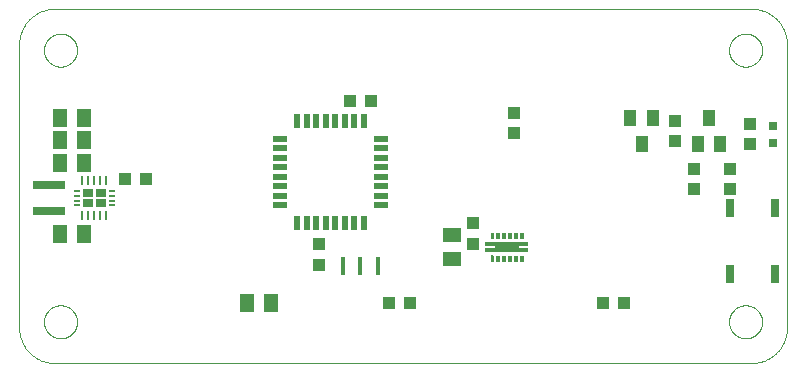
<source format=gtp>
G75*
%MOIN*%
%OFA0B0*%
%FSLAX25Y25*%
%IPPOS*%
%LPD*%
%AMOC8*
5,1,8,0,0,1.08239X$1,22.5*
%
%ADD10C,0.00000*%
%ADD11C,0.00906*%
%ADD12R,0.02264X0.00984*%
%ADD13R,0.02264X0.00886*%
%ADD14R,0.03543X0.02657*%
%ADD15R,0.00906X0.02697*%
%ADD16R,0.10600X0.03150*%
%ADD17R,0.02200X0.05000*%
%ADD18R,0.05000X0.02200*%
%ADD19R,0.04252X0.04134*%
%ADD20R,0.01575X0.06299*%
%ADD21R,0.04134X0.04252*%
%ADD22R,0.05118X0.06299*%
%ADD23R,0.04331X0.03937*%
%ADD24R,0.03150X0.03150*%
%ADD25R,0.06299X0.05118*%
%ADD26R,0.03937X0.05512*%
%ADD27R,0.03000X0.06000*%
%ADD28R,0.01102X0.01969*%
%ADD29R,0.07874X0.03543*%
%ADD30C,0.00100*%
%ADD31C,0.00600*%
%ADD32R,0.03200X0.01600*%
D10*
X0016811Y0006117D02*
X0249094Y0006117D01*
X0249379Y0006120D01*
X0249665Y0006131D01*
X0249950Y0006148D01*
X0250234Y0006172D01*
X0250518Y0006203D01*
X0250801Y0006241D01*
X0251082Y0006286D01*
X0251363Y0006337D01*
X0251643Y0006395D01*
X0251921Y0006460D01*
X0252197Y0006532D01*
X0252471Y0006610D01*
X0252744Y0006695D01*
X0253014Y0006787D01*
X0253282Y0006885D01*
X0253548Y0006989D01*
X0253811Y0007100D01*
X0254071Y0007217D01*
X0254329Y0007340D01*
X0254583Y0007470D01*
X0254834Y0007606D01*
X0255082Y0007747D01*
X0255326Y0007895D01*
X0255567Y0008048D01*
X0255803Y0008208D01*
X0256036Y0008373D01*
X0256265Y0008543D01*
X0256490Y0008719D01*
X0256710Y0008901D01*
X0256926Y0009087D01*
X0257137Y0009279D01*
X0257344Y0009476D01*
X0257546Y0009678D01*
X0257743Y0009885D01*
X0257935Y0010096D01*
X0258121Y0010312D01*
X0258303Y0010532D01*
X0258479Y0010757D01*
X0258649Y0010986D01*
X0258814Y0011219D01*
X0258974Y0011455D01*
X0259127Y0011696D01*
X0259275Y0011940D01*
X0259416Y0012188D01*
X0259552Y0012439D01*
X0259682Y0012693D01*
X0259805Y0012951D01*
X0259922Y0013211D01*
X0260033Y0013474D01*
X0260137Y0013740D01*
X0260235Y0014008D01*
X0260327Y0014278D01*
X0260412Y0014551D01*
X0260490Y0014825D01*
X0260562Y0015101D01*
X0260627Y0015379D01*
X0260685Y0015659D01*
X0260736Y0015940D01*
X0260781Y0016221D01*
X0260819Y0016504D01*
X0260850Y0016788D01*
X0260874Y0017072D01*
X0260891Y0017357D01*
X0260902Y0017643D01*
X0260905Y0017928D01*
X0260906Y0017928D02*
X0260906Y0112416D01*
X0260905Y0112416D02*
X0260902Y0112701D01*
X0260891Y0112987D01*
X0260874Y0113272D01*
X0260850Y0113556D01*
X0260819Y0113840D01*
X0260781Y0114123D01*
X0260736Y0114404D01*
X0260685Y0114685D01*
X0260627Y0114965D01*
X0260562Y0115243D01*
X0260490Y0115519D01*
X0260412Y0115793D01*
X0260327Y0116066D01*
X0260235Y0116336D01*
X0260137Y0116604D01*
X0260033Y0116870D01*
X0259922Y0117133D01*
X0259805Y0117393D01*
X0259682Y0117651D01*
X0259552Y0117905D01*
X0259416Y0118156D01*
X0259275Y0118404D01*
X0259127Y0118648D01*
X0258974Y0118889D01*
X0258814Y0119125D01*
X0258649Y0119358D01*
X0258479Y0119587D01*
X0258303Y0119812D01*
X0258121Y0120032D01*
X0257935Y0120248D01*
X0257743Y0120459D01*
X0257546Y0120666D01*
X0257344Y0120868D01*
X0257137Y0121065D01*
X0256926Y0121257D01*
X0256710Y0121443D01*
X0256490Y0121625D01*
X0256265Y0121801D01*
X0256036Y0121971D01*
X0255803Y0122136D01*
X0255567Y0122296D01*
X0255326Y0122449D01*
X0255082Y0122597D01*
X0254834Y0122738D01*
X0254583Y0122874D01*
X0254329Y0123004D01*
X0254071Y0123127D01*
X0253811Y0123244D01*
X0253548Y0123355D01*
X0253282Y0123459D01*
X0253014Y0123557D01*
X0252744Y0123649D01*
X0252471Y0123734D01*
X0252197Y0123812D01*
X0251921Y0123884D01*
X0251643Y0123949D01*
X0251363Y0124007D01*
X0251082Y0124058D01*
X0250801Y0124103D01*
X0250518Y0124141D01*
X0250234Y0124172D01*
X0249950Y0124196D01*
X0249665Y0124213D01*
X0249379Y0124224D01*
X0249094Y0124227D01*
X0016811Y0124227D01*
X0016526Y0124224D01*
X0016240Y0124213D01*
X0015955Y0124196D01*
X0015671Y0124172D01*
X0015387Y0124141D01*
X0015104Y0124103D01*
X0014823Y0124058D01*
X0014542Y0124007D01*
X0014262Y0123949D01*
X0013984Y0123884D01*
X0013708Y0123812D01*
X0013434Y0123734D01*
X0013161Y0123649D01*
X0012891Y0123557D01*
X0012623Y0123459D01*
X0012357Y0123355D01*
X0012094Y0123244D01*
X0011834Y0123127D01*
X0011576Y0123004D01*
X0011322Y0122874D01*
X0011071Y0122738D01*
X0010823Y0122597D01*
X0010579Y0122449D01*
X0010338Y0122296D01*
X0010102Y0122136D01*
X0009869Y0121971D01*
X0009640Y0121801D01*
X0009415Y0121625D01*
X0009195Y0121443D01*
X0008979Y0121257D01*
X0008768Y0121065D01*
X0008561Y0120868D01*
X0008359Y0120666D01*
X0008162Y0120459D01*
X0007970Y0120248D01*
X0007784Y0120032D01*
X0007602Y0119812D01*
X0007426Y0119587D01*
X0007256Y0119358D01*
X0007091Y0119125D01*
X0006931Y0118889D01*
X0006778Y0118648D01*
X0006630Y0118404D01*
X0006489Y0118156D01*
X0006353Y0117905D01*
X0006223Y0117651D01*
X0006100Y0117393D01*
X0005983Y0117133D01*
X0005872Y0116870D01*
X0005768Y0116604D01*
X0005670Y0116336D01*
X0005578Y0116066D01*
X0005493Y0115793D01*
X0005415Y0115519D01*
X0005343Y0115243D01*
X0005278Y0114965D01*
X0005220Y0114685D01*
X0005169Y0114404D01*
X0005124Y0114123D01*
X0005086Y0113840D01*
X0005055Y0113556D01*
X0005031Y0113272D01*
X0005014Y0112987D01*
X0005003Y0112701D01*
X0005000Y0112416D01*
X0005000Y0017928D01*
X0005003Y0017643D01*
X0005014Y0017357D01*
X0005031Y0017072D01*
X0005055Y0016788D01*
X0005086Y0016504D01*
X0005124Y0016221D01*
X0005169Y0015940D01*
X0005220Y0015659D01*
X0005278Y0015379D01*
X0005343Y0015101D01*
X0005415Y0014825D01*
X0005493Y0014551D01*
X0005578Y0014278D01*
X0005670Y0014008D01*
X0005768Y0013740D01*
X0005872Y0013474D01*
X0005983Y0013211D01*
X0006100Y0012951D01*
X0006223Y0012693D01*
X0006353Y0012439D01*
X0006489Y0012188D01*
X0006630Y0011940D01*
X0006778Y0011696D01*
X0006931Y0011455D01*
X0007091Y0011219D01*
X0007256Y0010986D01*
X0007426Y0010757D01*
X0007602Y0010532D01*
X0007784Y0010312D01*
X0007970Y0010096D01*
X0008162Y0009885D01*
X0008359Y0009678D01*
X0008561Y0009476D01*
X0008768Y0009279D01*
X0008979Y0009087D01*
X0009195Y0008901D01*
X0009415Y0008719D01*
X0009640Y0008543D01*
X0009869Y0008373D01*
X0010102Y0008208D01*
X0010338Y0008048D01*
X0010579Y0007895D01*
X0010823Y0007747D01*
X0011071Y0007606D01*
X0011322Y0007470D01*
X0011576Y0007340D01*
X0011834Y0007217D01*
X0012094Y0007100D01*
X0012357Y0006989D01*
X0012623Y0006885D01*
X0012891Y0006787D01*
X0013161Y0006695D01*
X0013434Y0006610D01*
X0013708Y0006532D01*
X0013984Y0006460D01*
X0014262Y0006395D01*
X0014542Y0006337D01*
X0014823Y0006286D01*
X0015104Y0006241D01*
X0015387Y0006203D01*
X0015671Y0006172D01*
X0015955Y0006148D01*
X0016240Y0006131D01*
X0016526Y0006120D01*
X0016811Y0006117D01*
X0013268Y0019896D02*
X0013270Y0020044D01*
X0013276Y0020192D01*
X0013286Y0020340D01*
X0013300Y0020487D01*
X0013318Y0020634D01*
X0013339Y0020780D01*
X0013365Y0020926D01*
X0013395Y0021071D01*
X0013428Y0021215D01*
X0013466Y0021358D01*
X0013507Y0021500D01*
X0013552Y0021641D01*
X0013600Y0021781D01*
X0013653Y0021920D01*
X0013709Y0022057D01*
X0013769Y0022192D01*
X0013832Y0022326D01*
X0013899Y0022458D01*
X0013970Y0022588D01*
X0014044Y0022716D01*
X0014121Y0022842D01*
X0014202Y0022966D01*
X0014286Y0023088D01*
X0014373Y0023207D01*
X0014464Y0023324D01*
X0014558Y0023439D01*
X0014654Y0023551D01*
X0014754Y0023661D01*
X0014856Y0023767D01*
X0014962Y0023871D01*
X0015070Y0023972D01*
X0015181Y0024070D01*
X0015294Y0024166D01*
X0015410Y0024258D01*
X0015528Y0024347D01*
X0015649Y0024432D01*
X0015772Y0024515D01*
X0015897Y0024594D01*
X0016024Y0024670D01*
X0016153Y0024742D01*
X0016284Y0024811D01*
X0016417Y0024876D01*
X0016552Y0024937D01*
X0016688Y0024995D01*
X0016825Y0025050D01*
X0016964Y0025100D01*
X0017105Y0025147D01*
X0017246Y0025190D01*
X0017389Y0025230D01*
X0017533Y0025265D01*
X0017677Y0025297D01*
X0017823Y0025324D01*
X0017969Y0025348D01*
X0018116Y0025368D01*
X0018263Y0025384D01*
X0018410Y0025396D01*
X0018558Y0025404D01*
X0018706Y0025408D01*
X0018854Y0025408D01*
X0019002Y0025404D01*
X0019150Y0025396D01*
X0019297Y0025384D01*
X0019444Y0025368D01*
X0019591Y0025348D01*
X0019737Y0025324D01*
X0019883Y0025297D01*
X0020027Y0025265D01*
X0020171Y0025230D01*
X0020314Y0025190D01*
X0020455Y0025147D01*
X0020596Y0025100D01*
X0020735Y0025050D01*
X0020872Y0024995D01*
X0021008Y0024937D01*
X0021143Y0024876D01*
X0021276Y0024811D01*
X0021407Y0024742D01*
X0021536Y0024670D01*
X0021663Y0024594D01*
X0021788Y0024515D01*
X0021911Y0024432D01*
X0022032Y0024347D01*
X0022150Y0024258D01*
X0022266Y0024166D01*
X0022379Y0024070D01*
X0022490Y0023972D01*
X0022598Y0023871D01*
X0022704Y0023767D01*
X0022806Y0023661D01*
X0022906Y0023551D01*
X0023002Y0023439D01*
X0023096Y0023324D01*
X0023187Y0023207D01*
X0023274Y0023088D01*
X0023358Y0022966D01*
X0023439Y0022842D01*
X0023516Y0022716D01*
X0023590Y0022588D01*
X0023661Y0022458D01*
X0023728Y0022326D01*
X0023791Y0022192D01*
X0023851Y0022057D01*
X0023907Y0021920D01*
X0023960Y0021781D01*
X0024008Y0021641D01*
X0024053Y0021500D01*
X0024094Y0021358D01*
X0024132Y0021215D01*
X0024165Y0021071D01*
X0024195Y0020926D01*
X0024221Y0020780D01*
X0024242Y0020634D01*
X0024260Y0020487D01*
X0024274Y0020340D01*
X0024284Y0020192D01*
X0024290Y0020044D01*
X0024292Y0019896D01*
X0024290Y0019748D01*
X0024284Y0019600D01*
X0024274Y0019452D01*
X0024260Y0019305D01*
X0024242Y0019158D01*
X0024221Y0019012D01*
X0024195Y0018866D01*
X0024165Y0018721D01*
X0024132Y0018577D01*
X0024094Y0018434D01*
X0024053Y0018292D01*
X0024008Y0018151D01*
X0023960Y0018011D01*
X0023907Y0017872D01*
X0023851Y0017735D01*
X0023791Y0017600D01*
X0023728Y0017466D01*
X0023661Y0017334D01*
X0023590Y0017204D01*
X0023516Y0017076D01*
X0023439Y0016950D01*
X0023358Y0016826D01*
X0023274Y0016704D01*
X0023187Y0016585D01*
X0023096Y0016468D01*
X0023002Y0016353D01*
X0022906Y0016241D01*
X0022806Y0016131D01*
X0022704Y0016025D01*
X0022598Y0015921D01*
X0022490Y0015820D01*
X0022379Y0015722D01*
X0022266Y0015626D01*
X0022150Y0015534D01*
X0022032Y0015445D01*
X0021911Y0015360D01*
X0021788Y0015277D01*
X0021663Y0015198D01*
X0021536Y0015122D01*
X0021407Y0015050D01*
X0021276Y0014981D01*
X0021143Y0014916D01*
X0021008Y0014855D01*
X0020872Y0014797D01*
X0020735Y0014742D01*
X0020596Y0014692D01*
X0020455Y0014645D01*
X0020314Y0014602D01*
X0020171Y0014562D01*
X0020027Y0014527D01*
X0019883Y0014495D01*
X0019737Y0014468D01*
X0019591Y0014444D01*
X0019444Y0014424D01*
X0019297Y0014408D01*
X0019150Y0014396D01*
X0019002Y0014388D01*
X0018854Y0014384D01*
X0018706Y0014384D01*
X0018558Y0014388D01*
X0018410Y0014396D01*
X0018263Y0014408D01*
X0018116Y0014424D01*
X0017969Y0014444D01*
X0017823Y0014468D01*
X0017677Y0014495D01*
X0017533Y0014527D01*
X0017389Y0014562D01*
X0017246Y0014602D01*
X0017105Y0014645D01*
X0016964Y0014692D01*
X0016825Y0014742D01*
X0016688Y0014797D01*
X0016552Y0014855D01*
X0016417Y0014916D01*
X0016284Y0014981D01*
X0016153Y0015050D01*
X0016024Y0015122D01*
X0015897Y0015198D01*
X0015772Y0015277D01*
X0015649Y0015360D01*
X0015528Y0015445D01*
X0015410Y0015534D01*
X0015294Y0015626D01*
X0015181Y0015722D01*
X0015070Y0015820D01*
X0014962Y0015921D01*
X0014856Y0016025D01*
X0014754Y0016131D01*
X0014654Y0016241D01*
X0014558Y0016353D01*
X0014464Y0016468D01*
X0014373Y0016585D01*
X0014286Y0016704D01*
X0014202Y0016826D01*
X0014121Y0016950D01*
X0014044Y0017076D01*
X0013970Y0017204D01*
X0013899Y0017334D01*
X0013832Y0017466D01*
X0013769Y0017600D01*
X0013709Y0017735D01*
X0013653Y0017872D01*
X0013600Y0018011D01*
X0013552Y0018151D01*
X0013507Y0018292D01*
X0013466Y0018434D01*
X0013428Y0018577D01*
X0013395Y0018721D01*
X0013365Y0018866D01*
X0013339Y0019012D01*
X0013318Y0019158D01*
X0013300Y0019305D01*
X0013286Y0019452D01*
X0013276Y0019600D01*
X0013270Y0019748D01*
X0013268Y0019896D01*
X0013268Y0110447D02*
X0013270Y0110595D01*
X0013276Y0110743D01*
X0013286Y0110891D01*
X0013300Y0111038D01*
X0013318Y0111185D01*
X0013339Y0111331D01*
X0013365Y0111477D01*
X0013395Y0111622D01*
X0013428Y0111766D01*
X0013466Y0111909D01*
X0013507Y0112051D01*
X0013552Y0112192D01*
X0013600Y0112332D01*
X0013653Y0112471D01*
X0013709Y0112608D01*
X0013769Y0112743D01*
X0013832Y0112877D01*
X0013899Y0113009D01*
X0013970Y0113139D01*
X0014044Y0113267D01*
X0014121Y0113393D01*
X0014202Y0113517D01*
X0014286Y0113639D01*
X0014373Y0113758D01*
X0014464Y0113875D01*
X0014558Y0113990D01*
X0014654Y0114102D01*
X0014754Y0114212D01*
X0014856Y0114318D01*
X0014962Y0114422D01*
X0015070Y0114523D01*
X0015181Y0114621D01*
X0015294Y0114717D01*
X0015410Y0114809D01*
X0015528Y0114898D01*
X0015649Y0114983D01*
X0015772Y0115066D01*
X0015897Y0115145D01*
X0016024Y0115221D01*
X0016153Y0115293D01*
X0016284Y0115362D01*
X0016417Y0115427D01*
X0016552Y0115488D01*
X0016688Y0115546D01*
X0016825Y0115601D01*
X0016964Y0115651D01*
X0017105Y0115698D01*
X0017246Y0115741D01*
X0017389Y0115781D01*
X0017533Y0115816D01*
X0017677Y0115848D01*
X0017823Y0115875D01*
X0017969Y0115899D01*
X0018116Y0115919D01*
X0018263Y0115935D01*
X0018410Y0115947D01*
X0018558Y0115955D01*
X0018706Y0115959D01*
X0018854Y0115959D01*
X0019002Y0115955D01*
X0019150Y0115947D01*
X0019297Y0115935D01*
X0019444Y0115919D01*
X0019591Y0115899D01*
X0019737Y0115875D01*
X0019883Y0115848D01*
X0020027Y0115816D01*
X0020171Y0115781D01*
X0020314Y0115741D01*
X0020455Y0115698D01*
X0020596Y0115651D01*
X0020735Y0115601D01*
X0020872Y0115546D01*
X0021008Y0115488D01*
X0021143Y0115427D01*
X0021276Y0115362D01*
X0021407Y0115293D01*
X0021536Y0115221D01*
X0021663Y0115145D01*
X0021788Y0115066D01*
X0021911Y0114983D01*
X0022032Y0114898D01*
X0022150Y0114809D01*
X0022266Y0114717D01*
X0022379Y0114621D01*
X0022490Y0114523D01*
X0022598Y0114422D01*
X0022704Y0114318D01*
X0022806Y0114212D01*
X0022906Y0114102D01*
X0023002Y0113990D01*
X0023096Y0113875D01*
X0023187Y0113758D01*
X0023274Y0113639D01*
X0023358Y0113517D01*
X0023439Y0113393D01*
X0023516Y0113267D01*
X0023590Y0113139D01*
X0023661Y0113009D01*
X0023728Y0112877D01*
X0023791Y0112743D01*
X0023851Y0112608D01*
X0023907Y0112471D01*
X0023960Y0112332D01*
X0024008Y0112192D01*
X0024053Y0112051D01*
X0024094Y0111909D01*
X0024132Y0111766D01*
X0024165Y0111622D01*
X0024195Y0111477D01*
X0024221Y0111331D01*
X0024242Y0111185D01*
X0024260Y0111038D01*
X0024274Y0110891D01*
X0024284Y0110743D01*
X0024290Y0110595D01*
X0024292Y0110447D01*
X0024290Y0110299D01*
X0024284Y0110151D01*
X0024274Y0110003D01*
X0024260Y0109856D01*
X0024242Y0109709D01*
X0024221Y0109563D01*
X0024195Y0109417D01*
X0024165Y0109272D01*
X0024132Y0109128D01*
X0024094Y0108985D01*
X0024053Y0108843D01*
X0024008Y0108702D01*
X0023960Y0108562D01*
X0023907Y0108423D01*
X0023851Y0108286D01*
X0023791Y0108151D01*
X0023728Y0108017D01*
X0023661Y0107885D01*
X0023590Y0107755D01*
X0023516Y0107627D01*
X0023439Y0107501D01*
X0023358Y0107377D01*
X0023274Y0107255D01*
X0023187Y0107136D01*
X0023096Y0107019D01*
X0023002Y0106904D01*
X0022906Y0106792D01*
X0022806Y0106682D01*
X0022704Y0106576D01*
X0022598Y0106472D01*
X0022490Y0106371D01*
X0022379Y0106273D01*
X0022266Y0106177D01*
X0022150Y0106085D01*
X0022032Y0105996D01*
X0021911Y0105911D01*
X0021788Y0105828D01*
X0021663Y0105749D01*
X0021536Y0105673D01*
X0021407Y0105601D01*
X0021276Y0105532D01*
X0021143Y0105467D01*
X0021008Y0105406D01*
X0020872Y0105348D01*
X0020735Y0105293D01*
X0020596Y0105243D01*
X0020455Y0105196D01*
X0020314Y0105153D01*
X0020171Y0105113D01*
X0020027Y0105078D01*
X0019883Y0105046D01*
X0019737Y0105019D01*
X0019591Y0104995D01*
X0019444Y0104975D01*
X0019297Y0104959D01*
X0019150Y0104947D01*
X0019002Y0104939D01*
X0018854Y0104935D01*
X0018706Y0104935D01*
X0018558Y0104939D01*
X0018410Y0104947D01*
X0018263Y0104959D01*
X0018116Y0104975D01*
X0017969Y0104995D01*
X0017823Y0105019D01*
X0017677Y0105046D01*
X0017533Y0105078D01*
X0017389Y0105113D01*
X0017246Y0105153D01*
X0017105Y0105196D01*
X0016964Y0105243D01*
X0016825Y0105293D01*
X0016688Y0105348D01*
X0016552Y0105406D01*
X0016417Y0105467D01*
X0016284Y0105532D01*
X0016153Y0105601D01*
X0016024Y0105673D01*
X0015897Y0105749D01*
X0015772Y0105828D01*
X0015649Y0105911D01*
X0015528Y0105996D01*
X0015410Y0106085D01*
X0015294Y0106177D01*
X0015181Y0106273D01*
X0015070Y0106371D01*
X0014962Y0106472D01*
X0014856Y0106576D01*
X0014754Y0106682D01*
X0014654Y0106792D01*
X0014558Y0106904D01*
X0014464Y0107019D01*
X0014373Y0107136D01*
X0014286Y0107255D01*
X0014202Y0107377D01*
X0014121Y0107501D01*
X0014044Y0107627D01*
X0013970Y0107755D01*
X0013899Y0107885D01*
X0013832Y0108017D01*
X0013769Y0108151D01*
X0013709Y0108286D01*
X0013653Y0108423D01*
X0013600Y0108562D01*
X0013552Y0108702D01*
X0013507Y0108843D01*
X0013466Y0108985D01*
X0013428Y0109128D01*
X0013395Y0109272D01*
X0013365Y0109417D01*
X0013339Y0109563D01*
X0013318Y0109709D01*
X0013300Y0109856D01*
X0013286Y0110003D01*
X0013276Y0110151D01*
X0013270Y0110299D01*
X0013268Y0110447D01*
X0241614Y0110447D02*
X0241616Y0110595D01*
X0241622Y0110743D01*
X0241632Y0110891D01*
X0241646Y0111038D01*
X0241664Y0111185D01*
X0241685Y0111331D01*
X0241711Y0111477D01*
X0241741Y0111622D01*
X0241774Y0111766D01*
X0241812Y0111909D01*
X0241853Y0112051D01*
X0241898Y0112192D01*
X0241946Y0112332D01*
X0241999Y0112471D01*
X0242055Y0112608D01*
X0242115Y0112743D01*
X0242178Y0112877D01*
X0242245Y0113009D01*
X0242316Y0113139D01*
X0242390Y0113267D01*
X0242467Y0113393D01*
X0242548Y0113517D01*
X0242632Y0113639D01*
X0242719Y0113758D01*
X0242810Y0113875D01*
X0242904Y0113990D01*
X0243000Y0114102D01*
X0243100Y0114212D01*
X0243202Y0114318D01*
X0243308Y0114422D01*
X0243416Y0114523D01*
X0243527Y0114621D01*
X0243640Y0114717D01*
X0243756Y0114809D01*
X0243874Y0114898D01*
X0243995Y0114983D01*
X0244118Y0115066D01*
X0244243Y0115145D01*
X0244370Y0115221D01*
X0244499Y0115293D01*
X0244630Y0115362D01*
X0244763Y0115427D01*
X0244898Y0115488D01*
X0245034Y0115546D01*
X0245171Y0115601D01*
X0245310Y0115651D01*
X0245451Y0115698D01*
X0245592Y0115741D01*
X0245735Y0115781D01*
X0245879Y0115816D01*
X0246023Y0115848D01*
X0246169Y0115875D01*
X0246315Y0115899D01*
X0246462Y0115919D01*
X0246609Y0115935D01*
X0246756Y0115947D01*
X0246904Y0115955D01*
X0247052Y0115959D01*
X0247200Y0115959D01*
X0247348Y0115955D01*
X0247496Y0115947D01*
X0247643Y0115935D01*
X0247790Y0115919D01*
X0247937Y0115899D01*
X0248083Y0115875D01*
X0248229Y0115848D01*
X0248373Y0115816D01*
X0248517Y0115781D01*
X0248660Y0115741D01*
X0248801Y0115698D01*
X0248942Y0115651D01*
X0249081Y0115601D01*
X0249218Y0115546D01*
X0249354Y0115488D01*
X0249489Y0115427D01*
X0249622Y0115362D01*
X0249753Y0115293D01*
X0249882Y0115221D01*
X0250009Y0115145D01*
X0250134Y0115066D01*
X0250257Y0114983D01*
X0250378Y0114898D01*
X0250496Y0114809D01*
X0250612Y0114717D01*
X0250725Y0114621D01*
X0250836Y0114523D01*
X0250944Y0114422D01*
X0251050Y0114318D01*
X0251152Y0114212D01*
X0251252Y0114102D01*
X0251348Y0113990D01*
X0251442Y0113875D01*
X0251533Y0113758D01*
X0251620Y0113639D01*
X0251704Y0113517D01*
X0251785Y0113393D01*
X0251862Y0113267D01*
X0251936Y0113139D01*
X0252007Y0113009D01*
X0252074Y0112877D01*
X0252137Y0112743D01*
X0252197Y0112608D01*
X0252253Y0112471D01*
X0252306Y0112332D01*
X0252354Y0112192D01*
X0252399Y0112051D01*
X0252440Y0111909D01*
X0252478Y0111766D01*
X0252511Y0111622D01*
X0252541Y0111477D01*
X0252567Y0111331D01*
X0252588Y0111185D01*
X0252606Y0111038D01*
X0252620Y0110891D01*
X0252630Y0110743D01*
X0252636Y0110595D01*
X0252638Y0110447D01*
X0252636Y0110299D01*
X0252630Y0110151D01*
X0252620Y0110003D01*
X0252606Y0109856D01*
X0252588Y0109709D01*
X0252567Y0109563D01*
X0252541Y0109417D01*
X0252511Y0109272D01*
X0252478Y0109128D01*
X0252440Y0108985D01*
X0252399Y0108843D01*
X0252354Y0108702D01*
X0252306Y0108562D01*
X0252253Y0108423D01*
X0252197Y0108286D01*
X0252137Y0108151D01*
X0252074Y0108017D01*
X0252007Y0107885D01*
X0251936Y0107755D01*
X0251862Y0107627D01*
X0251785Y0107501D01*
X0251704Y0107377D01*
X0251620Y0107255D01*
X0251533Y0107136D01*
X0251442Y0107019D01*
X0251348Y0106904D01*
X0251252Y0106792D01*
X0251152Y0106682D01*
X0251050Y0106576D01*
X0250944Y0106472D01*
X0250836Y0106371D01*
X0250725Y0106273D01*
X0250612Y0106177D01*
X0250496Y0106085D01*
X0250378Y0105996D01*
X0250257Y0105911D01*
X0250134Y0105828D01*
X0250009Y0105749D01*
X0249882Y0105673D01*
X0249753Y0105601D01*
X0249622Y0105532D01*
X0249489Y0105467D01*
X0249354Y0105406D01*
X0249218Y0105348D01*
X0249081Y0105293D01*
X0248942Y0105243D01*
X0248801Y0105196D01*
X0248660Y0105153D01*
X0248517Y0105113D01*
X0248373Y0105078D01*
X0248229Y0105046D01*
X0248083Y0105019D01*
X0247937Y0104995D01*
X0247790Y0104975D01*
X0247643Y0104959D01*
X0247496Y0104947D01*
X0247348Y0104939D01*
X0247200Y0104935D01*
X0247052Y0104935D01*
X0246904Y0104939D01*
X0246756Y0104947D01*
X0246609Y0104959D01*
X0246462Y0104975D01*
X0246315Y0104995D01*
X0246169Y0105019D01*
X0246023Y0105046D01*
X0245879Y0105078D01*
X0245735Y0105113D01*
X0245592Y0105153D01*
X0245451Y0105196D01*
X0245310Y0105243D01*
X0245171Y0105293D01*
X0245034Y0105348D01*
X0244898Y0105406D01*
X0244763Y0105467D01*
X0244630Y0105532D01*
X0244499Y0105601D01*
X0244370Y0105673D01*
X0244243Y0105749D01*
X0244118Y0105828D01*
X0243995Y0105911D01*
X0243874Y0105996D01*
X0243756Y0106085D01*
X0243640Y0106177D01*
X0243527Y0106273D01*
X0243416Y0106371D01*
X0243308Y0106472D01*
X0243202Y0106576D01*
X0243100Y0106682D01*
X0243000Y0106792D01*
X0242904Y0106904D01*
X0242810Y0107019D01*
X0242719Y0107136D01*
X0242632Y0107255D01*
X0242548Y0107377D01*
X0242467Y0107501D01*
X0242390Y0107627D01*
X0242316Y0107755D01*
X0242245Y0107885D01*
X0242178Y0108017D01*
X0242115Y0108151D01*
X0242055Y0108286D01*
X0241999Y0108423D01*
X0241946Y0108562D01*
X0241898Y0108702D01*
X0241853Y0108843D01*
X0241812Y0108985D01*
X0241774Y0109128D01*
X0241741Y0109272D01*
X0241711Y0109417D01*
X0241685Y0109563D01*
X0241664Y0109709D01*
X0241646Y0109856D01*
X0241632Y0110003D01*
X0241622Y0110151D01*
X0241616Y0110299D01*
X0241614Y0110447D01*
X0241614Y0019896D02*
X0241616Y0020044D01*
X0241622Y0020192D01*
X0241632Y0020340D01*
X0241646Y0020487D01*
X0241664Y0020634D01*
X0241685Y0020780D01*
X0241711Y0020926D01*
X0241741Y0021071D01*
X0241774Y0021215D01*
X0241812Y0021358D01*
X0241853Y0021500D01*
X0241898Y0021641D01*
X0241946Y0021781D01*
X0241999Y0021920D01*
X0242055Y0022057D01*
X0242115Y0022192D01*
X0242178Y0022326D01*
X0242245Y0022458D01*
X0242316Y0022588D01*
X0242390Y0022716D01*
X0242467Y0022842D01*
X0242548Y0022966D01*
X0242632Y0023088D01*
X0242719Y0023207D01*
X0242810Y0023324D01*
X0242904Y0023439D01*
X0243000Y0023551D01*
X0243100Y0023661D01*
X0243202Y0023767D01*
X0243308Y0023871D01*
X0243416Y0023972D01*
X0243527Y0024070D01*
X0243640Y0024166D01*
X0243756Y0024258D01*
X0243874Y0024347D01*
X0243995Y0024432D01*
X0244118Y0024515D01*
X0244243Y0024594D01*
X0244370Y0024670D01*
X0244499Y0024742D01*
X0244630Y0024811D01*
X0244763Y0024876D01*
X0244898Y0024937D01*
X0245034Y0024995D01*
X0245171Y0025050D01*
X0245310Y0025100D01*
X0245451Y0025147D01*
X0245592Y0025190D01*
X0245735Y0025230D01*
X0245879Y0025265D01*
X0246023Y0025297D01*
X0246169Y0025324D01*
X0246315Y0025348D01*
X0246462Y0025368D01*
X0246609Y0025384D01*
X0246756Y0025396D01*
X0246904Y0025404D01*
X0247052Y0025408D01*
X0247200Y0025408D01*
X0247348Y0025404D01*
X0247496Y0025396D01*
X0247643Y0025384D01*
X0247790Y0025368D01*
X0247937Y0025348D01*
X0248083Y0025324D01*
X0248229Y0025297D01*
X0248373Y0025265D01*
X0248517Y0025230D01*
X0248660Y0025190D01*
X0248801Y0025147D01*
X0248942Y0025100D01*
X0249081Y0025050D01*
X0249218Y0024995D01*
X0249354Y0024937D01*
X0249489Y0024876D01*
X0249622Y0024811D01*
X0249753Y0024742D01*
X0249882Y0024670D01*
X0250009Y0024594D01*
X0250134Y0024515D01*
X0250257Y0024432D01*
X0250378Y0024347D01*
X0250496Y0024258D01*
X0250612Y0024166D01*
X0250725Y0024070D01*
X0250836Y0023972D01*
X0250944Y0023871D01*
X0251050Y0023767D01*
X0251152Y0023661D01*
X0251252Y0023551D01*
X0251348Y0023439D01*
X0251442Y0023324D01*
X0251533Y0023207D01*
X0251620Y0023088D01*
X0251704Y0022966D01*
X0251785Y0022842D01*
X0251862Y0022716D01*
X0251936Y0022588D01*
X0252007Y0022458D01*
X0252074Y0022326D01*
X0252137Y0022192D01*
X0252197Y0022057D01*
X0252253Y0021920D01*
X0252306Y0021781D01*
X0252354Y0021641D01*
X0252399Y0021500D01*
X0252440Y0021358D01*
X0252478Y0021215D01*
X0252511Y0021071D01*
X0252541Y0020926D01*
X0252567Y0020780D01*
X0252588Y0020634D01*
X0252606Y0020487D01*
X0252620Y0020340D01*
X0252630Y0020192D01*
X0252636Y0020044D01*
X0252638Y0019896D01*
X0252636Y0019748D01*
X0252630Y0019600D01*
X0252620Y0019452D01*
X0252606Y0019305D01*
X0252588Y0019158D01*
X0252567Y0019012D01*
X0252541Y0018866D01*
X0252511Y0018721D01*
X0252478Y0018577D01*
X0252440Y0018434D01*
X0252399Y0018292D01*
X0252354Y0018151D01*
X0252306Y0018011D01*
X0252253Y0017872D01*
X0252197Y0017735D01*
X0252137Y0017600D01*
X0252074Y0017466D01*
X0252007Y0017334D01*
X0251936Y0017204D01*
X0251862Y0017076D01*
X0251785Y0016950D01*
X0251704Y0016826D01*
X0251620Y0016704D01*
X0251533Y0016585D01*
X0251442Y0016468D01*
X0251348Y0016353D01*
X0251252Y0016241D01*
X0251152Y0016131D01*
X0251050Y0016025D01*
X0250944Y0015921D01*
X0250836Y0015820D01*
X0250725Y0015722D01*
X0250612Y0015626D01*
X0250496Y0015534D01*
X0250378Y0015445D01*
X0250257Y0015360D01*
X0250134Y0015277D01*
X0250009Y0015198D01*
X0249882Y0015122D01*
X0249753Y0015050D01*
X0249622Y0014981D01*
X0249489Y0014916D01*
X0249354Y0014855D01*
X0249218Y0014797D01*
X0249081Y0014742D01*
X0248942Y0014692D01*
X0248801Y0014645D01*
X0248660Y0014602D01*
X0248517Y0014562D01*
X0248373Y0014527D01*
X0248229Y0014495D01*
X0248083Y0014468D01*
X0247937Y0014444D01*
X0247790Y0014424D01*
X0247643Y0014408D01*
X0247496Y0014396D01*
X0247348Y0014388D01*
X0247200Y0014384D01*
X0247052Y0014384D01*
X0246904Y0014388D01*
X0246756Y0014396D01*
X0246609Y0014408D01*
X0246462Y0014424D01*
X0246315Y0014444D01*
X0246169Y0014468D01*
X0246023Y0014495D01*
X0245879Y0014527D01*
X0245735Y0014562D01*
X0245592Y0014602D01*
X0245451Y0014645D01*
X0245310Y0014692D01*
X0245171Y0014742D01*
X0245034Y0014797D01*
X0244898Y0014855D01*
X0244763Y0014916D01*
X0244630Y0014981D01*
X0244499Y0015050D01*
X0244370Y0015122D01*
X0244243Y0015198D01*
X0244118Y0015277D01*
X0243995Y0015360D01*
X0243874Y0015445D01*
X0243756Y0015534D01*
X0243640Y0015626D01*
X0243527Y0015722D01*
X0243416Y0015820D01*
X0243308Y0015921D01*
X0243202Y0016025D01*
X0243100Y0016131D01*
X0243000Y0016241D01*
X0242904Y0016353D01*
X0242810Y0016468D01*
X0242719Y0016585D01*
X0242632Y0016704D01*
X0242548Y0016826D01*
X0242467Y0016950D01*
X0242390Y0017076D01*
X0242316Y0017204D01*
X0242245Y0017334D01*
X0242178Y0017466D01*
X0242115Y0017600D01*
X0242055Y0017735D01*
X0241999Y0017872D01*
X0241946Y0018011D01*
X0241898Y0018151D01*
X0241853Y0018292D01*
X0241812Y0018434D01*
X0241774Y0018577D01*
X0241741Y0018721D01*
X0241711Y0018866D01*
X0241685Y0019012D01*
X0241664Y0019158D01*
X0241646Y0019305D01*
X0241632Y0019452D01*
X0241622Y0019600D01*
X0241616Y0019748D01*
X0241614Y0019896D01*
D11*
X0033937Y0056481D03*
X0031969Y0056481D03*
X0030000Y0056481D03*
X0028031Y0056481D03*
X0026063Y0056481D03*
X0026063Y0065802D03*
X0028031Y0065802D03*
X0030000Y0065802D03*
X0031969Y0065802D03*
X0033937Y0065802D03*
D12*
X0035856Y0063479D03*
X0035856Y0058754D03*
X0024144Y0058754D03*
X0024144Y0063479D03*
D13*
X0024144Y0061914D03*
X0024144Y0060319D03*
X0035856Y0060319D03*
X0035856Y0061914D03*
D14*
X0032165Y0062839D03*
X0032165Y0059394D03*
X0027835Y0059394D03*
X0027835Y0062839D03*
D15*
X0028031Y0067150D03*
X0026063Y0067150D03*
X0030000Y0067150D03*
X0031969Y0067150D03*
X0033937Y0067150D03*
X0033937Y0055132D03*
X0031969Y0055132D03*
X0030000Y0055132D03*
X0028031Y0055132D03*
X0026063Y0055132D03*
D16*
X0015000Y0056792D03*
X0015000Y0065442D03*
D17*
X0097726Y0052967D03*
X0100876Y0052967D03*
X0104026Y0052967D03*
X0107175Y0052967D03*
X0110325Y0052967D03*
X0113474Y0052967D03*
X0116624Y0052967D03*
X0119774Y0052967D03*
X0119774Y0086767D03*
X0116624Y0086767D03*
X0113474Y0086767D03*
X0110325Y0086767D03*
X0107175Y0086767D03*
X0104026Y0086767D03*
X0100876Y0086767D03*
X0097726Y0086767D03*
D18*
X0091850Y0080890D03*
X0091850Y0077741D03*
X0091850Y0074591D03*
X0091850Y0071441D03*
X0091850Y0068292D03*
X0091850Y0065142D03*
X0091850Y0061993D03*
X0091850Y0058843D03*
X0125650Y0058843D03*
X0125650Y0061993D03*
X0125650Y0065142D03*
X0125650Y0068292D03*
X0125650Y0071441D03*
X0125650Y0074591D03*
X0125650Y0077741D03*
X0125650Y0080890D03*
D19*
X0156250Y0052687D03*
X0156250Y0045797D03*
X0105000Y0045812D03*
X0105000Y0038922D03*
D20*
X0112844Y0038617D03*
X0118750Y0038617D03*
X0124656Y0038617D03*
D21*
X0128430Y0026117D03*
X0135320Y0026117D03*
X0199680Y0026117D03*
X0206570Y0026117D03*
X0122195Y0093617D03*
X0115305Y0093617D03*
X0047195Y0067367D03*
X0040305Y0067367D03*
D22*
X0026437Y0072992D03*
X0018563Y0072992D03*
X0018563Y0080492D03*
X0026437Y0080492D03*
X0026437Y0087992D03*
X0018563Y0087992D03*
X0018563Y0049242D03*
X0026437Y0049242D03*
X0081063Y0026117D03*
X0088937Y0026117D03*
D23*
X0170000Y0082770D03*
X0170000Y0089463D03*
X0223750Y0086963D03*
X0223750Y0080270D03*
X0230000Y0070713D03*
X0230000Y0064020D03*
X0241875Y0064020D03*
X0241875Y0070713D03*
X0248750Y0079020D03*
X0248750Y0085713D03*
D24*
X0256250Y0085319D03*
X0256250Y0079414D03*
D25*
X0149375Y0048804D03*
X0149375Y0040930D03*
D26*
X0212500Y0079286D03*
X0208760Y0087947D03*
X0216240Y0087947D03*
X0235000Y0087947D03*
X0231260Y0079286D03*
X0238740Y0079286D03*
D27*
X0241875Y0057742D03*
X0256875Y0057742D03*
X0256875Y0035742D03*
X0241875Y0035742D03*
D28*
X0162579Y0041092D03*
D29*
X0167500Y0044867D03*
D30*
X0168100Y0045260D02*
X0168656Y0045817D01*
X0166344Y0045817D01*
X0166344Y0046343D01*
X0168656Y0046343D01*
X0168656Y0045817D01*
X0168656Y0045915D02*
X0166344Y0045915D01*
X0166344Y0045817D02*
X0166900Y0045260D01*
X0168100Y0045260D01*
X0168163Y0045324D02*
X0166837Y0045324D01*
X0166738Y0045423D02*
X0168262Y0045423D01*
X0168360Y0045521D02*
X0166640Y0045521D01*
X0166541Y0045620D02*
X0168459Y0045620D01*
X0168557Y0045718D02*
X0166443Y0045718D01*
X0166344Y0046014D02*
X0168656Y0046014D01*
X0168656Y0046112D02*
X0166344Y0046112D01*
X0166344Y0046211D02*
X0168656Y0046211D01*
X0168656Y0046309D02*
X0166344Y0046309D01*
X0165556Y0046309D02*
X0163858Y0046309D01*
X0163858Y0046343D02*
X0163858Y0045260D01*
X0165000Y0045260D01*
X0165556Y0045817D01*
X0163858Y0045817D01*
X0163858Y0045915D02*
X0165556Y0045915D01*
X0165556Y0045817D02*
X0165556Y0046343D01*
X0163858Y0046343D01*
X0163858Y0046211D02*
X0165556Y0046211D01*
X0165556Y0046112D02*
X0163858Y0046112D01*
X0163858Y0046014D02*
X0165556Y0046014D01*
X0165457Y0045718D02*
X0163858Y0045718D01*
X0163858Y0045620D02*
X0165359Y0045620D01*
X0165260Y0045521D02*
X0163858Y0045521D01*
X0163858Y0045423D02*
X0165162Y0045423D01*
X0165063Y0045324D02*
X0163858Y0045324D01*
X0163858Y0044473D02*
X0163858Y0043390D01*
X0165556Y0043390D01*
X0165556Y0043916D01*
X0165000Y0044473D01*
X0163858Y0044473D01*
X0163858Y0044438D02*
X0165035Y0044438D01*
X0165133Y0044339D02*
X0163858Y0044339D01*
X0163858Y0044241D02*
X0165232Y0044241D01*
X0165330Y0044142D02*
X0163858Y0044142D01*
X0163858Y0044044D02*
X0165429Y0044044D01*
X0165527Y0043945D02*
X0163858Y0043945D01*
X0163858Y0043846D02*
X0165556Y0043846D01*
X0165556Y0043748D02*
X0163858Y0043748D01*
X0163858Y0043649D02*
X0165556Y0043649D01*
X0165556Y0043551D02*
X0163858Y0043551D01*
X0163858Y0043452D02*
X0165556Y0043452D01*
X0166344Y0043452D02*
X0168656Y0043452D01*
X0168656Y0043390D02*
X0168656Y0043916D01*
X0168100Y0044473D01*
X0166900Y0044473D01*
X0166344Y0043916D01*
X0166344Y0043390D01*
X0168656Y0043390D01*
X0168656Y0043551D02*
X0166344Y0043551D01*
X0166344Y0043649D02*
X0168656Y0043649D01*
X0168656Y0043748D02*
X0166344Y0043748D01*
X0166344Y0043846D02*
X0168656Y0043846D01*
X0168627Y0043945D02*
X0166373Y0043945D01*
X0166471Y0044044D02*
X0168529Y0044044D01*
X0168430Y0044142D02*
X0166570Y0044142D01*
X0166668Y0044241D02*
X0168332Y0044241D01*
X0168233Y0044339D02*
X0166767Y0044339D01*
X0166865Y0044438D02*
X0168135Y0044438D01*
X0169444Y0043916D02*
X0169444Y0043390D01*
X0171142Y0043390D01*
X0171142Y0044473D01*
X0170000Y0044473D01*
X0169444Y0043916D01*
X0169473Y0043945D02*
X0171142Y0043945D01*
X0171142Y0044044D02*
X0169571Y0044044D01*
X0169670Y0044142D02*
X0171142Y0044142D01*
X0171142Y0044241D02*
X0169768Y0044241D01*
X0169867Y0044339D02*
X0171142Y0044339D01*
X0171142Y0044438D02*
X0169965Y0044438D01*
X0169444Y0043846D02*
X0171142Y0043846D01*
X0171142Y0043748D02*
X0169444Y0043748D01*
X0169444Y0043649D02*
X0171142Y0043649D01*
X0171142Y0043551D02*
X0169444Y0043551D01*
X0169444Y0043452D02*
X0171142Y0043452D01*
X0170906Y0041979D02*
X0170000Y0041979D01*
X0170000Y0040206D01*
X0170906Y0040206D01*
X0170906Y0041979D01*
X0170906Y0041975D02*
X0170000Y0041975D01*
X0170000Y0041876D02*
X0170906Y0041876D01*
X0170906Y0041778D02*
X0170000Y0041778D01*
X0170000Y0041679D02*
X0170906Y0041679D01*
X0170906Y0041581D02*
X0170000Y0041581D01*
X0170000Y0041482D02*
X0170906Y0041482D01*
X0170906Y0041384D02*
X0170000Y0041384D01*
X0170000Y0041285D02*
X0170906Y0041285D01*
X0170906Y0041187D02*
X0170000Y0041187D01*
X0170000Y0041088D02*
X0170906Y0041088D01*
X0170906Y0040990D02*
X0170000Y0040990D01*
X0170000Y0040891D02*
X0170906Y0040891D01*
X0170906Y0040793D02*
X0170000Y0040793D01*
X0170000Y0040694D02*
X0170906Y0040694D01*
X0170906Y0040596D02*
X0170000Y0040596D01*
X0170000Y0040497D02*
X0170906Y0040497D01*
X0170906Y0040399D02*
X0170000Y0040399D01*
X0170000Y0040300D02*
X0170906Y0040300D01*
X0171968Y0040300D02*
X0172874Y0040300D01*
X0172874Y0040206D02*
X0172874Y0041979D01*
X0171968Y0041979D01*
X0171968Y0040206D01*
X0172874Y0040206D01*
X0172874Y0040399D02*
X0171968Y0040399D01*
X0171968Y0040497D02*
X0172874Y0040497D01*
X0172874Y0040596D02*
X0171968Y0040596D01*
X0171968Y0040694D02*
X0172874Y0040694D01*
X0172874Y0040793D02*
X0171968Y0040793D01*
X0171968Y0040891D02*
X0172874Y0040891D01*
X0172874Y0040990D02*
X0171968Y0040990D01*
X0171968Y0041088D02*
X0172874Y0041088D01*
X0172874Y0041187D02*
X0171968Y0041187D01*
X0171968Y0041285D02*
X0172874Y0041285D01*
X0172874Y0041384D02*
X0171968Y0041384D01*
X0171968Y0041482D02*
X0172874Y0041482D01*
X0172874Y0041581D02*
X0171968Y0041581D01*
X0171968Y0041679D02*
X0172874Y0041679D01*
X0172874Y0041778D02*
X0171968Y0041778D01*
X0171968Y0041876D02*
X0172874Y0041876D01*
X0172874Y0041975D02*
X0171968Y0041975D01*
X0168937Y0041975D02*
X0168031Y0041975D01*
X0168031Y0041979D02*
X0168031Y0040206D01*
X0168937Y0040206D01*
X0168937Y0041979D01*
X0168031Y0041979D01*
X0168031Y0041876D02*
X0168937Y0041876D01*
X0168937Y0041778D02*
X0168031Y0041778D01*
X0168031Y0041679D02*
X0168937Y0041679D01*
X0168937Y0041581D02*
X0168031Y0041581D01*
X0168031Y0041482D02*
X0168937Y0041482D01*
X0168937Y0041384D02*
X0168031Y0041384D01*
X0168031Y0041285D02*
X0168937Y0041285D01*
X0168937Y0041187D02*
X0168031Y0041187D01*
X0168031Y0041088D02*
X0168937Y0041088D01*
X0168937Y0040990D02*
X0168031Y0040990D01*
X0168031Y0040891D02*
X0168937Y0040891D01*
X0168937Y0040793D02*
X0168031Y0040793D01*
X0168031Y0040694D02*
X0168937Y0040694D01*
X0168937Y0040596D02*
X0168031Y0040596D01*
X0168031Y0040497D02*
X0168937Y0040497D01*
X0168937Y0040399D02*
X0168031Y0040399D01*
X0168031Y0040300D02*
X0168937Y0040300D01*
X0166969Y0040300D02*
X0166063Y0040300D01*
X0166063Y0040206D02*
X0166063Y0041979D01*
X0166969Y0041979D01*
X0166969Y0040206D01*
X0166063Y0040206D01*
X0166063Y0040399D02*
X0166969Y0040399D01*
X0166969Y0040497D02*
X0166063Y0040497D01*
X0166063Y0040596D02*
X0166969Y0040596D01*
X0166969Y0040694D02*
X0166063Y0040694D01*
X0166063Y0040793D02*
X0166969Y0040793D01*
X0166969Y0040891D02*
X0166063Y0040891D01*
X0166063Y0040990D02*
X0166969Y0040990D01*
X0166969Y0041088D02*
X0166063Y0041088D01*
X0166063Y0041187D02*
X0166969Y0041187D01*
X0166969Y0041285D02*
X0166063Y0041285D01*
X0166063Y0041384D02*
X0166969Y0041384D01*
X0166969Y0041482D02*
X0166063Y0041482D01*
X0166063Y0041581D02*
X0166969Y0041581D01*
X0166969Y0041679D02*
X0166063Y0041679D01*
X0166063Y0041778D02*
X0166969Y0041778D01*
X0166969Y0041876D02*
X0166063Y0041876D01*
X0166063Y0041975D02*
X0166969Y0041975D01*
X0165000Y0041975D02*
X0164094Y0041975D01*
X0164094Y0041979D02*
X0164094Y0040206D01*
X0165000Y0040206D01*
X0165000Y0041979D01*
X0164094Y0041979D01*
X0164094Y0041876D02*
X0165000Y0041876D01*
X0165000Y0041778D02*
X0164094Y0041778D01*
X0164094Y0041679D02*
X0165000Y0041679D01*
X0165000Y0041581D02*
X0164094Y0041581D01*
X0164094Y0041482D02*
X0165000Y0041482D01*
X0165000Y0041384D02*
X0164094Y0041384D01*
X0164094Y0041285D02*
X0165000Y0041285D01*
X0165000Y0041187D02*
X0164094Y0041187D01*
X0164094Y0041088D02*
X0165000Y0041088D01*
X0165000Y0040990D02*
X0164094Y0040990D01*
X0164094Y0040891D02*
X0165000Y0040891D01*
X0165000Y0040793D02*
X0164094Y0040793D01*
X0164094Y0040694D02*
X0165000Y0040694D01*
X0165000Y0040596D02*
X0164094Y0040596D01*
X0164094Y0040497D02*
X0165000Y0040497D01*
X0165000Y0040399D02*
X0164094Y0040399D01*
X0164094Y0040300D02*
X0165000Y0040300D01*
X0163032Y0040300D02*
X0162126Y0040300D01*
X0162126Y0040206D02*
X0162126Y0041979D01*
X0163032Y0041979D01*
X0163032Y0040206D01*
X0162126Y0040206D01*
X0162126Y0040399D02*
X0163032Y0040399D01*
X0163032Y0040497D02*
X0162126Y0040497D01*
X0162126Y0040596D02*
X0163032Y0040596D01*
X0163032Y0040694D02*
X0162126Y0040694D01*
X0162126Y0040793D02*
X0163032Y0040793D01*
X0163032Y0040891D02*
X0162126Y0040891D01*
X0162126Y0040990D02*
X0163032Y0040990D01*
X0163032Y0041088D02*
X0162126Y0041088D01*
X0162126Y0041187D02*
X0163032Y0041187D01*
X0163032Y0041285D02*
X0162126Y0041285D01*
X0162126Y0041384D02*
X0163032Y0041384D01*
X0163032Y0041482D02*
X0162126Y0041482D01*
X0162126Y0041581D02*
X0163032Y0041581D01*
X0163032Y0041679D02*
X0162126Y0041679D01*
X0162126Y0041778D02*
X0163032Y0041778D01*
X0163032Y0041876D02*
X0162126Y0041876D01*
X0162126Y0041975D02*
X0163032Y0041975D01*
X0169444Y0045817D02*
X0170000Y0045260D01*
X0171142Y0045260D01*
X0171142Y0046343D01*
X0169444Y0046343D01*
X0169444Y0045817D01*
X0171142Y0045817D01*
X0171142Y0045915D02*
X0169444Y0045915D01*
X0169444Y0046014D02*
X0171142Y0046014D01*
X0171142Y0046112D02*
X0169444Y0046112D01*
X0169444Y0046211D02*
X0171142Y0046211D01*
X0171142Y0046309D02*
X0169444Y0046309D01*
X0169543Y0045718D02*
X0171142Y0045718D01*
X0171142Y0045620D02*
X0169641Y0045620D01*
X0169740Y0045521D02*
X0171142Y0045521D01*
X0171142Y0045423D02*
X0169838Y0045423D01*
X0169937Y0045324D02*
X0171142Y0045324D01*
X0170906Y0047755D02*
X0170906Y0049528D01*
X0170000Y0049528D01*
X0170000Y0047755D01*
X0170906Y0047755D01*
X0170906Y0047787D02*
X0170000Y0047787D01*
X0170000Y0047885D02*
X0170906Y0047885D01*
X0170906Y0047984D02*
X0170000Y0047984D01*
X0170000Y0048082D02*
X0170906Y0048082D01*
X0170906Y0048181D02*
X0170000Y0048181D01*
X0170000Y0048280D02*
X0170906Y0048280D01*
X0170906Y0048378D02*
X0170000Y0048378D01*
X0170000Y0048477D02*
X0170906Y0048477D01*
X0170906Y0048575D02*
X0170000Y0048575D01*
X0170000Y0048674D02*
X0170906Y0048674D01*
X0170906Y0048772D02*
X0170000Y0048772D01*
X0170000Y0048871D02*
X0170906Y0048871D01*
X0170906Y0048969D02*
X0170000Y0048969D01*
X0170000Y0049068D02*
X0170906Y0049068D01*
X0170906Y0049166D02*
X0170000Y0049166D01*
X0170000Y0049265D02*
X0170906Y0049265D01*
X0170906Y0049363D02*
X0170000Y0049363D01*
X0170000Y0049462D02*
X0170906Y0049462D01*
X0171968Y0049462D02*
X0172874Y0049462D01*
X0172874Y0049528D02*
X0171968Y0049528D01*
X0171968Y0047755D01*
X0172874Y0047755D01*
X0172874Y0049528D01*
X0172874Y0049363D02*
X0171968Y0049363D01*
X0171968Y0049265D02*
X0172874Y0049265D01*
X0172874Y0049166D02*
X0171968Y0049166D01*
X0171968Y0049068D02*
X0172874Y0049068D01*
X0172874Y0048969D02*
X0171968Y0048969D01*
X0171968Y0048871D02*
X0172874Y0048871D01*
X0172874Y0048772D02*
X0171968Y0048772D01*
X0171968Y0048674D02*
X0172874Y0048674D01*
X0172874Y0048575D02*
X0171968Y0048575D01*
X0171968Y0048477D02*
X0172874Y0048477D01*
X0172874Y0048378D02*
X0171968Y0048378D01*
X0171968Y0048280D02*
X0172874Y0048280D01*
X0172874Y0048181D02*
X0171968Y0048181D01*
X0171968Y0048082D02*
X0172874Y0048082D01*
X0172874Y0047984D02*
X0171968Y0047984D01*
X0171968Y0047885D02*
X0172874Y0047885D01*
X0172874Y0047787D02*
X0171968Y0047787D01*
X0168937Y0047787D02*
X0168031Y0047787D01*
X0168031Y0047755D02*
X0168031Y0049528D01*
X0168937Y0049528D01*
X0168937Y0047755D01*
X0168031Y0047755D01*
X0168031Y0047885D02*
X0168937Y0047885D01*
X0168937Y0047984D02*
X0168031Y0047984D01*
X0168031Y0048082D02*
X0168937Y0048082D01*
X0168937Y0048181D02*
X0168031Y0048181D01*
X0168031Y0048280D02*
X0168937Y0048280D01*
X0168937Y0048378D02*
X0168031Y0048378D01*
X0168031Y0048477D02*
X0168937Y0048477D01*
X0168937Y0048575D02*
X0168031Y0048575D01*
X0168031Y0048674D02*
X0168937Y0048674D01*
X0168937Y0048772D02*
X0168031Y0048772D01*
X0168031Y0048871D02*
X0168937Y0048871D01*
X0168937Y0048969D02*
X0168031Y0048969D01*
X0168031Y0049068D02*
X0168937Y0049068D01*
X0168937Y0049166D02*
X0168031Y0049166D01*
X0168031Y0049265D02*
X0168937Y0049265D01*
X0168937Y0049363D02*
X0168031Y0049363D01*
X0168031Y0049462D02*
X0168937Y0049462D01*
X0166969Y0049462D02*
X0166063Y0049462D01*
X0166063Y0049528D02*
X0166063Y0047755D01*
X0166969Y0047755D01*
X0166969Y0049528D01*
X0166063Y0049528D01*
X0166063Y0049363D02*
X0166969Y0049363D01*
X0166969Y0049265D02*
X0166063Y0049265D01*
X0166063Y0049166D02*
X0166969Y0049166D01*
X0166969Y0049068D02*
X0166063Y0049068D01*
X0166063Y0048969D02*
X0166969Y0048969D01*
X0166969Y0048871D02*
X0166063Y0048871D01*
X0166063Y0048772D02*
X0166969Y0048772D01*
X0166969Y0048674D02*
X0166063Y0048674D01*
X0166063Y0048575D02*
X0166969Y0048575D01*
X0166969Y0048477D02*
X0166063Y0048477D01*
X0166063Y0048378D02*
X0166969Y0048378D01*
X0166969Y0048280D02*
X0166063Y0048280D01*
X0166063Y0048181D02*
X0166969Y0048181D01*
X0166969Y0048082D02*
X0166063Y0048082D01*
X0166063Y0047984D02*
X0166969Y0047984D01*
X0166969Y0047885D02*
X0166063Y0047885D01*
X0166063Y0047787D02*
X0166969Y0047787D01*
X0165000Y0047787D02*
X0164094Y0047787D01*
X0164094Y0047755D02*
X0164094Y0049528D01*
X0165000Y0049528D01*
X0165000Y0047755D01*
X0164094Y0047755D01*
X0164094Y0047885D02*
X0165000Y0047885D01*
X0165000Y0047984D02*
X0164094Y0047984D01*
X0164094Y0048082D02*
X0165000Y0048082D01*
X0165000Y0048181D02*
X0164094Y0048181D01*
X0164094Y0048280D02*
X0165000Y0048280D01*
X0165000Y0048378D02*
X0164094Y0048378D01*
X0164094Y0048477D02*
X0165000Y0048477D01*
X0165000Y0048575D02*
X0164094Y0048575D01*
X0164094Y0048674D02*
X0165000Y0048674D01*
X0165000Y0048772D02*
X0164094Y0048772D01*
X0164094Y0048871D02*
X0165000Y0048871D01*
X0165000Y0048969D02*
X0164094Y0048969D01*
X0164094Y0049068D02*
X0165000Y0049068D01*
X0165000Y0049166D02*
X0164094Y0049166D01*
X0164094Y0049265D02*
X0165000Y0049265D01*
X0165000Y0049363D02*
X0164094Y0049363D01*
X0164094Y0049462D02*
X0165000Y0049462D01*
X0163032Y0049462D02*
X0162126Y0049462D01*
X0162126Y0049528D02*
X0162126Y0047755D01*
X0163032Y0047755D01*
X0163032Y0049528D01*
X0162126Y0049528D01*
X0162126Y0049363D02*
X0163032Y0049363D01*
X0163032Y0049265D02*
X0162126Y0049265D01*
X0162126Y0049166D02*
X0163032Y0049166D01*
X0163032Y0049068D02*
X0162126Y0049068D01*
X0162126Y0048969D02*
X0163032Y0048969D01*
X0163032Y0048871D02*
X0162126Y0048871D01*
X0162126Y0048772D02*
X0163032Y0048772D01*
X0163032Y0048674D02*
X0162126Y0048674D01*
X0162126Y0048575D02*
X0163032Y0048575D01*
X0163032Y0048477D02*
X0162126Y0048477D01*
X0162126Y0048378D02*
X0163032Y0048378D01*
X0163032Y0048280D02*
X0162126Y0048280D01*
X0162126Y0048181D02*
X0163032Y0048181D01*
X0163032Y0048082D02*
X0162126Y0048082D01*
X0162126Y0047984D02*
X0163032Y0047984D01*
X0163032Y0047885D02*
X0162126Y0047885D01*
X0162126Y0047787D02*
X0163032Y0047787D01*
D31*
X0163363Y0046143D02*
X0161007Y0046143D01*
X0161007Y0045559D01*
X0163363Y0045559D01*
X0163363Y0046143D01*
X0163363Y0045618D02*
X0161007Y0045618D01*
X0161007Y0044175D02*
X0161007Y0043590D01*
X0163363Y0043590D01*
X0163363Y0044175D01*
X0161007Y0044175D01*
X0161007Y0043823D02*
X0163363Y0043823D01*
X0171637Y0043823D02*
X0173993Y0043823D01*
X0173993Y0043590D02*
X0171637Y0043590D01*
X0171637Y0044175D01*
X0173993Y0044175D01*
X0173993Y0043590D01*
X0173993Y0045559D02*
X0173993Y0046143D01*
X0171637Y0046143D01*
X0171637Y0045559D01*
X0173993Y0045559D01*
X0173993Y0045618D02*
X0171637Y0045618D01*
D32*
X0173000Y0045867D03*
X0173000Y0043867D03*
X0162000Y0043867D03*
X0162000Y0045867D03*
M02*

</source>
